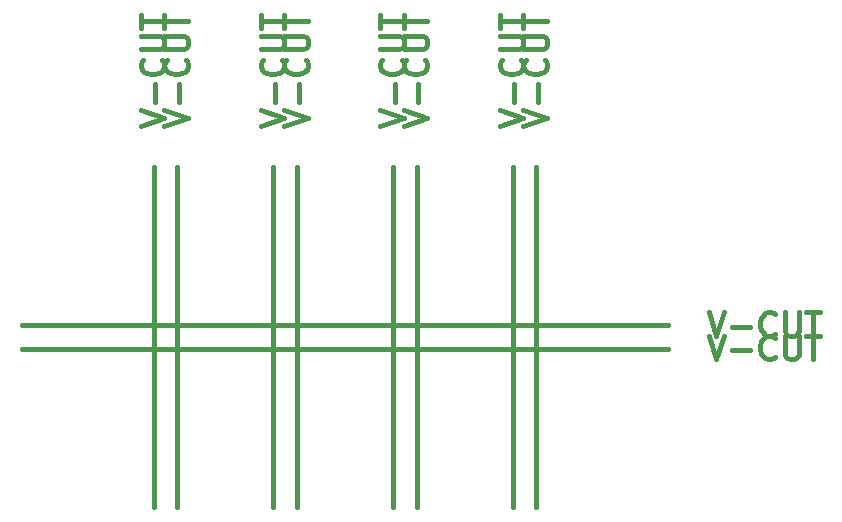
<source format=gbr>
%TF.GenerationSoftware,KiCad,Pcbnew,(6.0.5-0)*%
%TF.CreationDate,2022-12-24T13:27:48+01:00*%
%TF.ProjectId,panel,70616e65-6c2e-46b6-9963-61645f706362,rev?*%
%TF.SameCoordinates,Original*%
%TF.FileFunction,Other,Comment*%
%FSLAX46Y46*%
G04 Gerber Fmt 4.6, Leading zero omitted, Abs format (unit mm)*
G04 Created by KiCad (PCBNEW (6.0.5-0)) date 2022-12-24 13:27:48*
%MOMM*%
%LPD*%
G01*
G04 APERTURE LIST*
%ADD10C,0.400000*%
G04 APERTURE END LIST*
D10*
X23124000Y-12000000D02*
X23124000Y-40828000D01*
X12000000Y-25417000D02*
X66640000Y-25417000D01*
X45384000Y-12000000D02*
X45384000Y-40828000D01*
X25124000Y-12000000D02*
X25124000Y-40828000D01*
X43384000Y-12000000D02*
X43384000Y-40828000D01*
X35254000Y-12000000D02*
X35254000Y-40828000D01*
X55514000Y-12000000D02*
X55514000Y-40828000D01*
X33254000Y-12000000D02*
X33254000Y-40828000D01*
X12000000Y-27417000D02*
X66640000Y-27417000D01*
X53514000Y-12000000D02*
X53514000Y-40828000D01*
X54418761Y-8549523D02*
X56418761Y-7882857D01*
X54418761Y-7216190D01*
X55656857Y-6549523D02*
X55656857Y-5025714D01*
X56228285Y-2930476D02*
X56323523Y-3025714D01*
X56418761Y-3311428D01*
X56418761Y-3501904D01*
X56323523Y-3787619D01*
X56133047Y-3978095D01*
X55942571Y-4073333D01*
X55561619Y-4168571D01*
X55275904Y-4168571D01*
X54894952Y-4073333D01*
X54704476Y-3978095D01*
X54514000Y-3787619D01*
X54418761Y-3501904D01*
X54418761Y-3311428D01*
X54514000Y-3025714D01*
X54609238Y-2930476D01*
X54418761Y-2073333D02*
X56037809Y-2073333D01*
X56228285Y-1978095D01*
X56323523Y-1882857D01*
X56418761Y-1692380D01*
X56418761Y-1311428D01*
X56323523Y-1120952D01*
X56228285Y-1025714D01*
X56037809Y-930476D01*
X54418761Y-930476D01*
X54418761Y-263809D02*
X54418761Y879047D01*
X56418761Y307619D02*
X54418761Y307619D01*
X44288761Y-8549523D02*
X46288761Y-7882857D01*
X44288761Y-7216190D01*
X45526857Y-6549523D02*
X45526857Y-5025714D01*
X46098285Y-2930476D02*
X46193523Y-3025714D01*
X46288761Y-3311428D01*
X46288761Y-3501904D01*
X46193523Y-3787619D01*
X46003047Y-3978095D01*
X45812571Y-4073333D01*
X45431619Y-4168571D01*
X45145904Y-4168571D01*
X44764952Y-4073333D01*
X44574476Y-3978095D01*
X44384000Y-3787619D01*
X44288761Y-3501904D01*
X44288761Y-3311428D01*
X44384000Y-3025714D01*
X44479238Y-2930476D01*
X44288761Y-2073333D02*
X45907809Y-2073333D01*
X46098285Y-1978095D01*
X46193523Y-1882857D01*
X46288761Y-1692380D01*
X46288761Y-1311428D01*
X46193523Y-1120952D01*
X46098285Y-1025714D01*
X45907809Y-930476D01*
X44288761Y-930476D01*
X44288761Y-263809D02*
X44288761Y879047D01*
X46288761Y307619D02*
X44288761Y307619D01*
X70090476Y-26321761D02*
X70757142Y-28321761D01*
X71423809Y-26321761D01*
X72090476Y-27559857D02*
X73614285Y-27559857D01*
X75709523Y-28131285D02*
X75614285Y-28226523D01*
X75328571Y-28321761D01*
X75138095Y-28321761D01*
X74852380Y-28226523D01*
X74661904Y-28036047D01*
X74566666Y-27845571D01*
X74471428Y-27464619D01*
X74471428Y-27178904D01*
X74566666Y-26797952D01*
X74661904Y-26607476D01*
X74852380Y-26417000D01*
X75138095Y-26321761D01*
X75328571Y-26321761D01*
X75614285Y-26417000D01*
X75709523Y-26512238D01*
X76566666Y-26321761D02*
X76566666Y-27940809D01*
X76661904Y-28131285D01*
X76757142Y-28226523D01*
X76947619Y-28321761D01*
X77328571Y-28321761D01*
X77519047Y-28226523D01*
X77614285Y-28131285D01*
X77709523Y-27940809D01*
X77709523Y-26321761D01*
X78376190Y-26321761D02*
X79519047Y-26321761D01*
X78947619Y-28321761D02*
X78947619Y-26321761D01*
X34158761Y-8549523D02*
X36158761Y-7882857D01*
X34158761Y-7216190D01*
X35396857Y-6549523D02*
X35396857Y-5025714D01*
X35968285Y-2930476D02*
X36063523Y-3025714D01*
X36158761Y-3311428D01*
X36158761Y-3501904D01*
X36063523Y-3787619D01*
X35873047Y-3978095D01*
X35682571Y-4073333D01*
X35301619Y-4168571D01*
X35015904Y-4168571D01*
X34634952Y-4073333D01*
X34444476Y-3978095D01*
X34254000Y-3787619D01*
X34158761Y-3501904D01*
X34158761Y-3311428D01*
X34254000Y-3025714D01*
X34349238Y-2930476D01*
X34158761Y-2073333D02*
X35777809Y-2073333D01*
X35968285Y-1978095D01*
X36063523Y-1882857D01*
X36158761Y-1692380D01*
X36158761Y-1311428D01*
X36063523Y-1120952D01*
X35968285Y-1025714D01*
X35777809Y-930476D01*
X34158761Y-930476D01*
X34158761Y-263809D02*
X34158761Y879047D01*
X36158761Y307619D02*
X34158761Y307619D01*
X70090476Y-24321761D02*
X70757142Y-26321761D01*
X71423809Y-24321761D01*
X72090476Y-25559857D02*
X73614285Y-25559857D01*
X75709523Y-26131285D02*
X75614285Y-26226523D01*
X75328571Y-26321761D01*
X75138095Y-26321761D01*
X74852380Y-26226523D01*
X74661904Y-26036047D01*
X74566666Y-25845571D01*
X74471428Y-25464619D01*
X74471428Y-25178904D01*
X74566666Y-24797952D01*
X74661904Y-24607476D01*
X74852380Y-24417000D01*
X75138095Y-24321761D01*
X75328571Y-24321761D01*
X75614285Y-24417000D01*
X75709523Y-24512238D01*
X76566666Y-24321761D02*
X76566666Y-25940809D01*
X76661904Y-26131285D01*
X76757142Y-26226523D01*
X76947619Y-26321761D01*
X77328571Y-26321761D01*
X77519047Y-26226523D01*
X77614285Y-26131285D01*
X77709523Y-25940809D01*
X77709523Y-24321761D01*
X78376190Y-24321761D02*
X79519047Y-24321761D01*
X78947619Y-26321761D02*
X78947619Y-24321761D01*
X42288761Y-8549523D02*
X44288761Y-7882857D01*
X42288761Y-7216190D01*
X43526857Y-6549523D02*
X43526857Y-5025714D01*
X44098285Y-2930476D02*
X44193523Y-3025714D01*
X44288761Y-3311428D01*
X44288761Y-3501904D01*
X44193523Y-3787619D01*
X44003047Y-3978095D01*
X43812571Y-4073333D01*
X43431619Y-4168571D01*
X43145904Y-4168571D01*
X42764952Y-4073333D01*
X42574476Y-3978095D01*
X42384000Y-3787619D01*
X42288761Y-3501904D01*
X42288761Y-3311428D01*
X42384000Y-3025714D01*
X42479238Y-2930476D01*
X42288761Y-2073333D02*
X43907809Y-2073333D01*
X44098285Y-1978095D01*
X44193523Y-1882857D01*
X44288761Y-1692380D01*
X44288761Y-1311428D01*
X44193523Y-1120952D01*
X44098285Y-1025714D01*
X43907809Y-930476D01*
X42288761Y-930476D01*
X42288761Y-263809D02*
X42288761Y879047D01*
X44288761Y307619D02*
X42288761Y307619D01*
X22028761Y-8549523D02*
X24028761Y-7882857D01*
X22028761Y-7216190D01*
X23266857Y-6549523D02*
X23266857Y-5025714D01*
X23838285Y-2930476D02*
X23933523Y-3025714D01*
X24028761Y-3311428D01*
X24028761Y-3501904D01*
X23933523Y-3787619D01*
X23743047Y-3978095D01*
X23552571Y-4073333D01*
X23171619Y-4168571D01*
X22885904Y-4168571D01*
X22504952Y-4073333D01*
X22314476Y-3978095D01*
X22124000Y-3787619D01*
X22028761Y-3501904D01*
X22028761Y-3311428D01*
X22124000Y-3025714D01*
X22219238Y-2930476D01*
X22028761Y-2073333D02*
X23647809Y-2073333D01*
X23838285Y-1978095D01*
X23933523Y-1882857D01*
X24028761Y-1692380D01*
X24028761Y-1311428D01*
X23933523Y-1120952D01*
X23838285Y-1025714D01*
X23647809Y-930476D01*
X22028761Y-930476D01*
X22028761Y-263809D02*
X22028761Y879047D01*
X24028761Y307619D02*
X22028761Y307619D01*
X32158761Y-8549523D02*
X34158761Y-7882857D01*
X32158761Y-7216190D01*
X33396857Y-6549523D02*
X33396857Y-5025714D01*
X33968285Y-2930476D02*
X34063523Y-3025714D01*
X34158761Y-3311428D01*
X34158761Y-3501904D01*
X34063523Y-3787619D01*
X33873047Y-3978095D01*
X33682571Y-4073333D01*
X33301619Y-4168571D01*
X33015904Y-4168571D01*
X32634952Y-4073333D01*
X32444476Y-3978095D01*
X32254000Y-3787619D01*
X32158761Y-3501904D01*
X32158761Y-3311428D01*
X32254000Y-3025714D01*
X32349238Y-2930476D01*
X32158761Y-2073333D02*
X33777809Y-2073333D01*
X33968285Y-1978095D01*
X34063523Y-1882857D01*
X34158761Y-1692380D01*
X34158761Y-1311428D01*
X34063523Y-1120952D01*
X33968285Y-1025714D01*
X33777809Y-930476D01*
X32158761Y-930476D01*
X32158761Y-263809D02*
X32158761Y879047D01*
X34158761Y307619D02*
X32158761Y307619D01*
X24028761Y-8549523D02*
X26028761Y-7882857D01*
X24028761Y-7216190D01*
X25266857Y-6549523D02*
X25266857Y-5025714D01*
X25838285Y-2930476D02*
X25933523Y-3025714D01*
X26028761Y-3311428D01*
X26028761Y-3501904D01*
X25933523Y-3787619D01*
X25743047Y-3978095D01*
X25552571Y-4073333D01*
X25171619Y-4168571D01*
X24885904Y-4168571D01*
X24504952Y-4073333D01*
X24314476Y-3978095D01*
X24124000Y-3787619D01*
X24028761Y-3501904D01*
X24028761Y-3311428D01*
X24124000Y-3025714D01*
X24219238Y-2930476D01*
X24028761Y-2073333D02*
X25647809Y-2073333D01*
X25838285Y-1978095D01*
X25933523Y-1882857D01*
X26028761Y-1692380D01*
X26028761Y-1311428D01*
X25933523Y-1120952D01*
X25838285Y-1025714D01*
X25647809Y-930476D01*
X24028761Y-930476D01*
X24028761Y-263809D02*
X24028761Y879047D01*
X26028761Y307619D02*
X24028761Y307619D01*
X52418761Y-8549523D02*
X54418761Y-7882857D01*
X52418761Y-7216190D01*
X53656857Y-6549523D02*
X53656857Y-5025714D01*
X54228285Y-2930476D02*
X54323523Y-3025714D01*
X54418761Y-3311428D01*
X54418761Y-3501904D01*
X54323523Y-3787619D01*
X54133047Y-3978095D01*
X53942571Y-4073333D01*
X53561619Y-4168571D01*
X53275904Y-4168571D01*
X52894952Y-4073333D01*
X52704476Y-3978095D01*
X52514000Y-3787619D01*
X52418761Y-3501904D01*
X52418761Y-3311428D01*
X52514000Y-3025714D01*
X52609238Y-2930476D01*
X52418761Y-2073333D02*
X54037809Y-2073333D01*
X54228285Y-1978095D01*
X54323523Y-1882857D01*
X54418761Y-1692380D01*
X54418761Y-1311428D01*
X54323523Y-1120952D01*
X54228285Y-1025714D01*
X54037809Y-930476D01*
X52418761Y-930476D01*
X52418761Y-263809D02*
X52418761Y879047D01*
X54418761Y307619D02*
X52418761Y307619D01*
M02*

</source>
